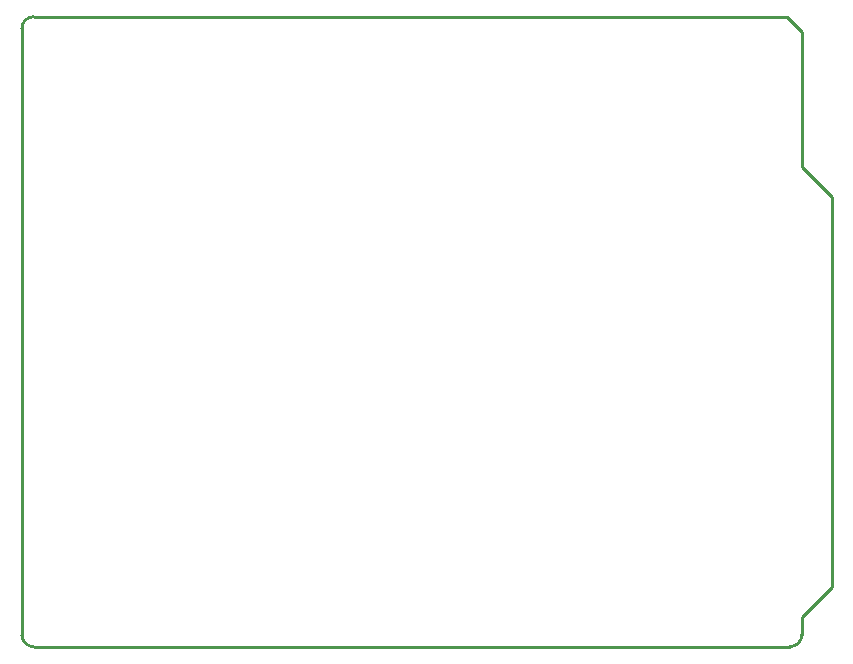
<source format=gko>
G04 DesignSpark PCB Gerber Version 12.0 Build 5942*
%FSLAX35Y35*%
%MOMM*%
%ADD20C,0.25400*%
X0Y0D02*
D02*
D20*
X48895000Y43153000D02*
Y43307000D01*
X49149000Y43561000D01*
Y46863000D01*
X48895000Y47117000D01*
Y48260000D01*
X48768000Y48387000D01*
X42391000D01*
G75*
G03*
X42291000Y48287000I0J-100000D01*
G01*
Y43153000D01*
G75*
G03*
X42391000Y43053000I100000J0D01*
G01*
X48795000D01*
G75*
G03*
X48895000Y43153000I0J100000D01*
G01*
X0Y0D02*
M02*

</source>
